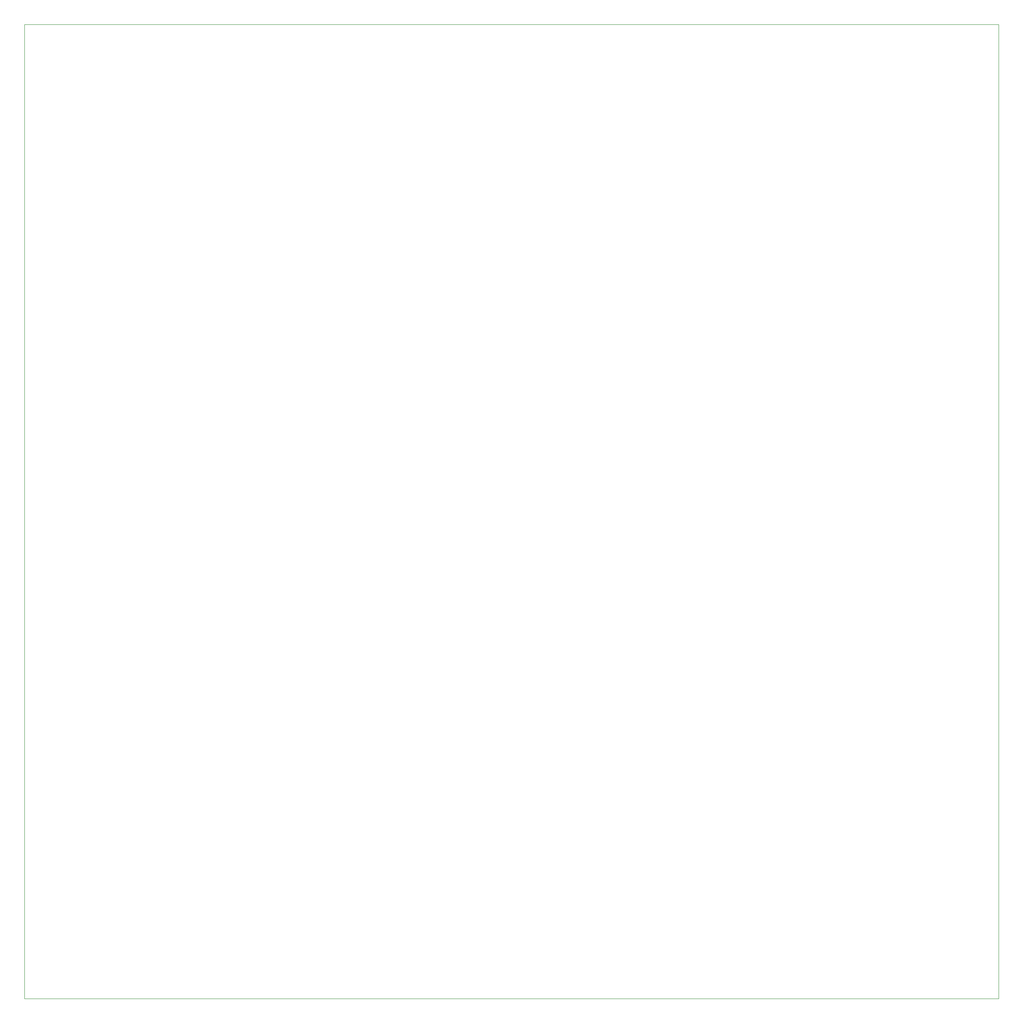
<source format=gbr>
G04 #@! TF.GenerationSoftware,KiCad,Pcbnew,5.1.6-c6e7f7d~87~ubuntu16.04.1*
G04 #@! TF.CreationDate,2021-01-23T16:03:14-05:00*
G04 #@! TF.ProjectId,riscy_reg,72697363-795f-4726-9567-2e6b69636164,rev?*
G04 #@! TF.SameCoordinates,Original*
G04 #@! TF.FileFunction,Profile,NP*
%FSLAX46Y46*%
G04 Gerber Fmt 4.6, Leading zero omitted, Abs format (unit mm)*
G04 Created by KiCad (PCBNEW 5.1.6-c6e7f7d~87~ubuntu16.04.1) date 2021-01-23 16:03:14*
%MOMM*%
%LPD*%
G01*
G04 APERTURE LIST*
G04 #@! TA.AperFunction,Profile*
%ADD10C,0.050000*%
G04 #@! TD*
G04 APERTURE END LIST*
D10*
X199390000Y0D02*
X0Y0D01*
X199390000Y-199390000D02*
X199390000Y0D01*
X0Y-199390000D02*
X199390000Y-199390000D01*
X0Y0D02*
X0Y-199390000D01*
M02*

</source>
